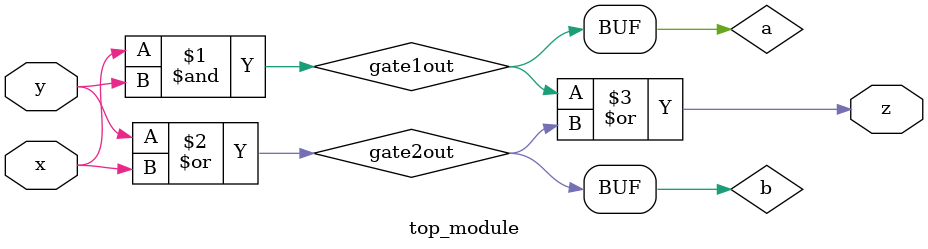
<source format=sv>
module top_module(
    input x,
    input y,
    output z
);

    wire a;
    wire b;

    and gate1(a, x, y);
    assign gate1out = a;

    or gate2(b, y, x);
    assign gate2out = b;

    or gate3(z, gate1out, gate2out);

endmodule

</source>
